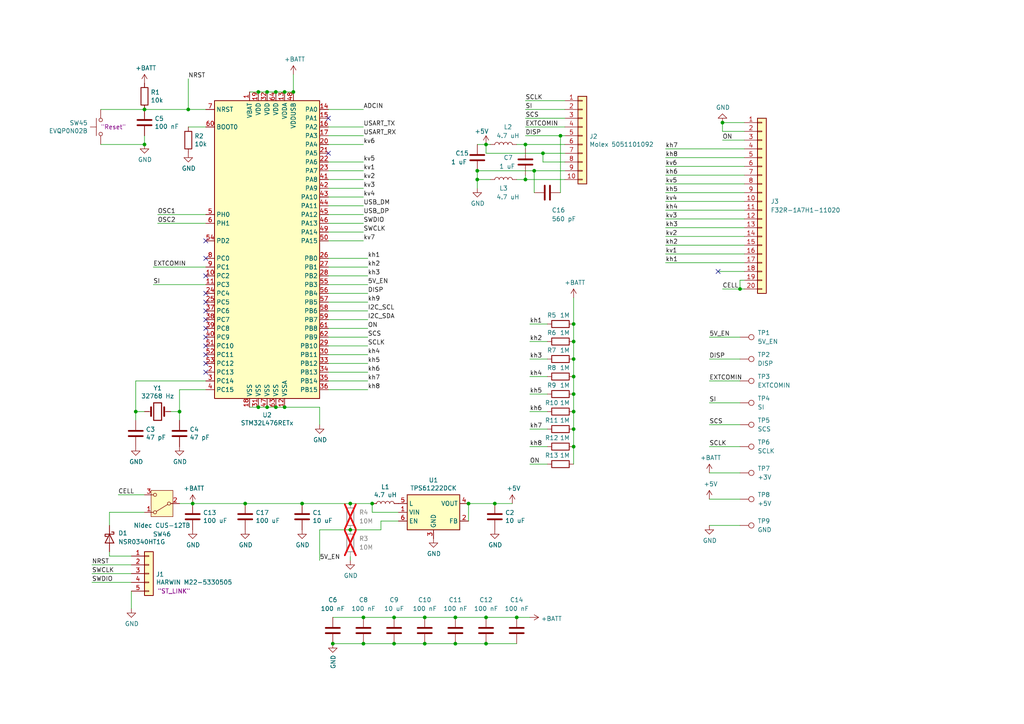
<source format=kicad_sch>
(kicad_sch (version 20230121) (generator eeschema)
  (paper "A4")
  (title_block (title "OpenRPNCalc") (date "2025-02-09") (rev "3.0"))
  (lib_symbols
    (symbol "Connector:TestPoint" (pin_numbers hide) (pin_names (offset 0.762) hide)
      (property "Reference" "TP" (at 0 6.858 0))
      (property "Value" "TestPoint" (at 0 5.08 0))
      (symbol "TestPoint_0_1"
        (circle (center 0 3.302) (radius 0.762))
      )
      (symbol "TestPoint_1_1"
        (pin passive line (at 0 0 90) (length 2.54) (name "1") (number "1"))
      )
    )
    (symbol "Connector_Generic:Conn_01x05" (pin_names (offset 1.016) hide)
      (property "Reference" "J" (at 0 7.62 0))
      (property "Value" "Conn_01x05" (at 0 -7.62 0))
      (symbol "Conn_01x05_1_1"
        (rectangle (start -1.27 -4.953) (end 0 -5.207) (stroke (width 0.1524)))
        (rectangle (start -1.27 -2.413) (end 0 -2.667) (stroke (width 0.1524)))
        (rectangle (start -1.27 0.127) (end 0 -0.127) (stroke (width 0.1524)))
        (rectangle (start -1.27 2.667) (end 0 2.413) (stroke (width 0.1524)))
        (rectangle (start -1.27 5.207) (end 0 4.953) (stroke (width 0.1524)))
        (rectangle (start -1.27 6.35) (end 1.27 -6.35) (stroke (width 0.254)) (fill (type background)))
        (pin passive line (at -5.08 5.08 0) (length 3.81) (name "Pin_1") (number "1"))
        (pin passive line (at -5.08 2.54 0) (length 3.81) (name "Pin_2") (number "2"))
        (pin passive line (at -5.08 0 0) (length 3.81) (name "Pin_3") (number "3"))
        (pin passive line (at -5.08 -2.54 0) (length 3.81) (name "Pin_4") (number "4"))
        (pin passive line (at -5.08 -5.08 0) (length 3.81) (name "Pin_5") (number "5"))
      )
    )
    (symbol "Connector_Generic:Conn_01x10" (pin_names (offset 1.016) hide)
      (property "Reference" "J" (at 0 12.7 0))
      (property "Value" "Conn_01x10" (at 0 -15.24 0))
      (symbol "Conn_01x10_1_1"
        (rectangle (start -1.27 -12.573) (end 0 -12.827) (stroke (width 0.1524)))
        (rectangle (start -1.27 -10.033) (end 0 -10.287) (stroke (width 0.1524)))
        (rectangle (start -1.27 -7.493) (end 0 -7.747) (stroke (width 0.1524)))
        (rectangle (start -1.27 -4.953) (end 0 -5.207) (stroke (width 0.1524)))
        (rectangle (start -1.27 -2.413) (end 0 -2.667) (stroke (width 0.1524)))
        (rectangle (start -1.27 0.127) (end 0 -0.127) (stroke (width 0.1524)))
        (rectangle (start -1.27 2.667) (end 0 2.413) (stroke (width 0.1524)))
        (rectangle (start -1.27 5.207) (end 0 4.953) (stroke (width 0.1524)))
        (rectangle (start -1.27 7.747) (end 0 7.493) (stroke (width 0.1524)))
        (rectangle (start -1.27 10.287) (end 0 10.033) (stroke (width 0.1524)))
        (rectangle (start -1.27 11.43) (end 1.27 -13.97) (stroke (width 0.254)) (fill (type background)))
        (pin passive line (at -5.08 10.16 0) (length 3.81) (name "Pin_1") (number "1"))
        (pin passive line (at -5.08 -12.7 0) (length 3.81) (name "Pin_10") (number "10"))
        (pin passive line (at -5.08 7.62 0) (length 3.81) (name "Pin_2") (number "2"))
        (pin passive line (at -5.08 5.08 0) (length 3.81) (name "Pin_3") (number "3"))
        (pin passive line (at -5.08 2.54 0) (length 3.81) (name "Pin_4") (number "4"))
        (pin passive line (at -5.08 0 0) (length 3.81) (name "Pin_5") (number "5"))
        (pin passive line (at -5.08 -2.54 0) (length 3.81) (name "Pin_6") (number "6"))
        (pin passive line (at -5.08 -5.08 0) (length 3.81) (name "Pin_7") (number "7"))
        (pin passive line (at -5.08 -7.62 0) (length 3.81) (name "Pin_8") (number "8"))
        (pin passive line (at -5.08 -10.16 0) (length 3.81) (name "Pin_9") (number "9"))
      )
    )
    (symbol "Connector_Generic:Conn_01x20" (pin_names (offset 1.016) hide)
      (property "Reference" "J" (at 0 25.4 0))
      (property "Value" "Conn_01x20" (at 0 -27.94 0))
      (symbol "Conn_01x20_1_1"
        (rectangle (start -1.27 -25.273) (end 0 -25.527) (stroke (width 0.1524)))
        (rectangle (start -1.27 -22.733) (end 0 -22.987) (stroke (width 0.1524)))
        (rectangle (start -1.27 -20.193) (end 0 -20.447) (stroke (width 0.1524)))
        (rectangle (start -1.27 -17.653) (end 0 -17.907) (stroke (width 0.1524)))
        (rectangle (start -1.27 -15.113) (end 0 -15.367) (stroke (width 0.1524)))
        (rectangle (start -1.27 -12.573) (end 0 -12.827) (stroke (width 0.1524)))
        (rectangle (start -1.27 -10.033) (end 0 -10.287) (stroke (width 0.1524)))
        (rectangle (start -1.27 -7.493) (end 0 -7.747) (stroke (width 0.1524)))
        (rectangle (start -1.27 -4.953) (end 0 -5.207) (stroke (width 0.1524)))
        (rectangle (start -1.27 -2.413) (end 0 -2.667) (stroke (width 0.1524)))
        (rectangle (start -1.27 0.127) (end 0 -0.127) (stroke (width 0.1524)))
        (rectangle (start -1.27 2.667) (end 0 2.413) (stroke (width 0.1524)))
        (rectangle (start -1.27 5.207) (end 0 4.953) (stroke (width 0.1524)))
        (rectangle (start -1.27 7.747) (end 0 7.493) (stroke (width 0.1524)))
        (rectangle (start -1.27 10.287) (end 0 10.033) (stroke (width 0.1524)))
        (rectangle (start -1.27 12.827) (end 0 12.573) (stroke (width 0.1524)))
        (rectangle (start -1.27 15.367) (end 0 15.113) (stroke (width 0.1524)))
        (rectangle (start -1.27 17.907) (end 0 17.653) (stroke (width 0.1524)))
        (rectangle (start -1.27 20.447) (end 0 20.193) (stroke (width 0.1524)))
        (rectangle (start -1.27 22.987) (end 0 22.733) (stroke (width 0.1524)))
        (rectangle (start -1.27 24.13) (end 1.27 -26.67) (stroke (width 0.254)) (fill (type background)))
        (pin passive line (at -5.08 22.86 0) (length 3.81) (name "Pin_1") (number "1"))
        (pin passive line (at -5.08 0 0) (length 3.81) (name "Pin_10") (number "10"))
        (pin passive line (at -5.08 -2.54 0) (length 3.81) (name "Pin_11") (number "11"))
        (pin passive line (at -5.08 -5.08 0) (length 3.81) (name "Pin_12") (number "12"))
        (pin passive line (at -5.08 -7.62 0) (length 3.81) (name "Pin_13") (number "13"))
        (pin passive line (at -5.08 -10.16 0) (length 3.81) (name "Pin_14") (number "14"))
        (pin passive line (at -5.08 -12.7 0) (length 3.81) (name "Pin_15") (number "15"))
        (pin passive line (at -5.08 -15.24 0) (length 3.81) (name "Pin_16") (number "16"))
        (pin passive line (at -5.08 -17.78 0) (length 3.81) (name "Pin_17") (number "17"))
        (pin passive line (at -5.08 -20.32 0) (length 3.81) (name "Pin_18") (number "18"))
        (pin passive line (at -5.08 -22.86 0) (length 3.81) (name "Pin_19") (number "19"))
        (pin passive line (at -5.08 20.32 0) (length 3.81) (name "Pin_2") (number "2"))
        (pin passive line (at -5.08 -25.4 0) (length 3.81) (name "Pin_20") (number "20"))
        (pin passive line (at -5.08 17.78 0) (length 3.81) (name "Pin_3") (number "3"))
        (pin passive line (at -5.08 15.24 0) (length 3.81) (name "Pin_4") (number "4"))
        (pin passive line (at -5.08 12.7 0) (length 3.81) (name "Pin_5") (number "5"))
        (pin passive line (at -5.08 10.16 0) (length 3.81) (name "Pin_6") (number "6"))
        (pin passive line (at -5.08 7.62 0) (length 3.81) (name "Pin_7") (number "7"))
        (pin passive line (at -5.08 5.08 0) (length 3.81) (name "Pin_8") (number "8"))
        (pin passive line (at -5.08 2.54 0) (length 3.81) (name "Pin_9") (number "9"))
      )
    )
    (symbol "Device:C" (pin_numbers hide) (pin_names (offset 0.254))
      (property "Reference" "C" (at 0.635 2.54 0))
      (property "Value" "C" (at 0.635 -2.54 0))
      (symbol "C_0_1"
        (polyline (pts (xy -2.032 -0.762) (xy 2.032 -0.762)) (stroke (width 0.508)))
        (polyline (pts (xy -2.032 0.762) (xy 2.032 0.762)) (stroke (width 0.508)))
      )
      (symbol "C_1_1"
        (pin passive line (at 0 3.81 270) (length 2.794) (name "~") (number "1"))
        (pin passive line (at 0 -3.81 90) (length 2.794) (name "~") (number "2"))
      )
    )
    (symbol "Device:Crystal" (pin_numbers hide) (pin_names (offset 1.016) hide)
      (property "Reference" "Y" (at 0 3.81 0))
      (property "Value" "Crystal" (at 0 -3.81 0))
      (symbol "Crystal_0_1"
        (rectangle (start -1.143 2.54) (end 1.143 -2.54) (stroke (width 0.3048)))
        (polyline (pts (xy -2.54 0) (xy -1.905 0)))
        (polyline (pts (xy -1.905 -1.27) (xy -1.905 1.27)) (stroke (width 0.508)))
        (polyline (pts (xy 1.905 -1.27) (xy 1.905 1.27)) (stroke (width 0.508)))
        (polyline (pts (xy 2.54 0) (xy 1.905 0)))
      )
      (symbol "Crystal_1_1"
        (pin passive line (at -3.81 0 0) (length 1.27) (name "1") (number "1"))
        (pin passive line (at 3.81 0 180) (length 1.27) (name "2") (number "2"))
      )
    )
    (symbol "Device:D_Schottky" (pin_numbers hide) (pin_names (offset 1.016) hide)
      (property "Reference" "D" (at 0 2.54 0))
      (property "Value" "D_Schottky" (at 0 -2.54 0))
      (symbol "D_Schottky_0_1"
        (polyline (pts (xy 1.27 0) (xy -1.27 0)))
        (polyline (pts (xy 1.27 1.27) (xy 1.27 -1.27) (xy -1.27 0) (xy 1.27 1.27)) (stroke (width 0.254)))
        (polyline (pts (xy -1.905 0.635) (xy -1.905 1.27) (xy -1.27 1.27) (xy -1.27 -1.27) (xy -0.635 -1.27) (xy -0.635 -0.635)) (stroke (width 0.254)))
      )
      (symbol "D_Schottky_1_1"
        (pin passive line (at -3.81 0 0) (length 2.54) (name "K") (number "1"))
        (pin passive line (at 3.81 0 180) (length 2.54) (name "A") (number "2"))
      )
    )
    (symbol "Device:L" (pin_numbers hide) (pin_names (offset 1.016) hide)
      (property "Reference" "L" (at -1.27 0 90))
      (property "Value" "L" (at 1.905 0 90))
      (symbol "L_0_1"
        (arc (start 0 -2.54) (mid 0.6323 -1.905) (end 0 -1.27))
        (arc (start 0 -1.27) (mid 0.6323 -0.635) (end 0 0))
        (arc (start 0 0) (mid 0.6323 0.635) (end 0 1.27))
        (arc (start 0 1.27) (mid 0.6323 1.905) (end 0 2.54))
      )
      (symbol "L_1_1"
        (pin passive line (at 0 3.81 270) (length 1.27) (name "1") (number "1"))
        (pin passive line (at 0 -3.81 90) (length 1.27) (name "2") (number "2"))
      )
    )
    (symbol "Device:R" (pin_numbers hide) (pin_names (offset 0))
      (property "Reference" "R" (at 2.032 0 90))
      (property "Value" "R" (at 0 0 90))
      (symbol "R_0_1"
        (rectangle (start -1.016 -2.54) (end 1.016 2.54) (stroke (width 0.254)))
      )
      (symbol "R_1_1"
        (pin passive line (at 0 3.81 270) (length 1.27) (name "~") (number "1"))
        (pin passive line (at 0 -3.81 90) (length 1.27) (name "~") (number "2"))
      )
    )
    (symbol "Regulator_Switching:TPS61222DCK"
      (property "Reference" "U" (at -7.62 6.35 0))
      (property "Value" "TPS61222DCK" (at 2.54 6.35 0))
      (symbol "TPS61222DCK_0_1"
        (rectangle (start -7.62 5.08) (end 7.62 -5.08) (stroke (width 0.254)) (fill (type background)))
      )
      (symbol "TPS61222DCK_1_1"
        (pin power_in line (at -10.16 0 0) (length 2.54) (name "VIN") (number "1"))
        (pin input line (at 10.16 -2.54 180) (length 2.54) (name "FB") (number "2"))
        (pin power_in line (at 0 -7.62 90) (length 2.54) (name "GND") (number "3"))
        (pin power_out line (at 10.16 2.54 180) (length 2.54) (name "VOUT") (number "4"))
        (pin power_in line (at -10.16 2.54 0) (length 2.54) (name "L") (number "5"))
        (pin input line (at -10.16 -2.54 0) (length 2.54) (name "EN") (number "6"))
      )
    )
    (symbol "Switch:SW_Push" (pin_numbers hide) (pin_names (offset 1.016) hide)
      (property "Reference" "SW" (at 1.27 2.54 0))
      (property "Value" "SW_Push" (at 0 -1.524 0))
      (symbol "SW_Push_0_1"
        (circle (center -2.032 0) (radius 0.508))
        (polyline (pts (xy 0 1.27) (xy 0 3.048)))
        (polyline (pts (xy 2.54 1.27) (xy -2.54 1.27)))
        (circle (center 2.032 0) (radius 0.508))
        (pin passive line (at -5.08 0 0) (length 2.54) (name "1") (number "1"))
        (pin passive line (at 5.08 0 180) (length 2.54) (name "2") (number "2"))
      )
    )
    (symbol "Switch:SW_SPDT" (pin_names (offset 0) hide)
      (property "Reference" "SW" (at 0 5.08 0))
      (property "Value" "SW_SPDT" (at 0 -5.08 0))
      (symbol "SW_SPDT_0_1"
        (circle (center -2.032 0) (radius 0.4572))
        (polyline (pts (xy -1.651 0.254) (xy 1.651 2.286)))
        (circle (center 2.032 -2.54) (radius 0.4572))
        (circle (center 2.032 2.54) (radius 0.4572))
      )
      (symbol "SW_SPDT_1_1"
        (rectangle (start -3.175 3.81) (end 3.175 -3.81) (fill (type background)))
        (pin passive line (at 5.08 2.54 180) (length 2.54) (name "A") (number "1"))
        (pin passive line (at -5.08 0 0) (length 2.54) (name "B") (number "2"))
        (pin passive line (at 5.08 -2.54 180) (length 2.54) (name "C") (number "3"))
      )
    )
    (symbol "calc_v2-rescue:STM32L476RETx-MCU_ST_STM32L4"
      (property "Reference" "U" (at -15.24 44.45 0))
      (property "Value" "MCU_ST_STM32L4_STM32L476RETx" (at 10.16 44.45 0))
      (symbol "STM32L476RETx-MCU_ST_STM32L4_0_1"
        (rectangle (start -15.24 -43.18) (end 15.24 43.18) (stroke (width 0.254)) (fill (type background)))
      )
      (symbol "STM32L476RETx-MCU_ST_STM32L4_1_1"
        (pin power_in line (at -5.08 45.72 270) (length 2.54) (name "VBAT") (number "1"))
        (pin bidirectional line (at -17.78 -7.62 0) (length 2.54) (name "PC2") (number "10"))
        (pin bidirectional line (at -17.78 -10.16 0) (length 2.54) (name "PC3") (number "11"))
        (pin power_in line (at 5.08 -45.72 90) (length 2.54) (name "VSSA") (number "12"))
        (pin power_in line (at 5.08 45.72 270) (length 2.54) (name "VDDA") (number "13"))
        (pin bidirectional line (at 17.78 40.64 180) (length 2.54) (name "PA0") (number "14"))
        (pin bidirectional line (at 17.78 38.1 180) (length 2.54) (name "PA1") (number "15"))
        (pin bidirectional line (at 17.78 35.56 180) (length 2.54) (name "PA2") (number "16"))
        (pin bidirectional line (at 17.78 33.02 180) (length 2.54) (name "PA3") (number "17"))
        (pin power_in line (at -5.08 -45.72 90) (length 2.54) (name "VSS") (number "18"))
        (pin power_in line (at -2.54 45.72 270) (length 2.54) (name "VDD") (number "19"))
        (pin bidirectional line (at -17.78 -35.56 0) (length 2.54) (name "PC13") (number "2"))
        (pin bidirectional line (at 17.78 30.48 180) (length 2.54) (name "PA4") (number "20"))
        (pin bidirectional line (at 17.78 27.94 180) (length 2.54) (name "PA5") (number "21"))
        (pin bidirectional line (at 17.78 25.4 180) (length 2.54) (name "PA6") (number "22"))
        (pin bidirectional line (at 17.78 22.86 180) (length 2.54) (name "PA7") (number "23"))
        (pin bidirectional line (at -17.78 -12.7 0) (length 2.54) (name "PC4") (number "24"))
        (pin bidirectional line (at -17.78 -15.24 0) (length 2.54) (name "PC5") (number "25"))
        (pin bidirectional line (at 17.78 -2.54 180) (length 2.54) (name "PB0") (number "26"))
        (pin bidirectional line (at 17.78 -5.08 180) (length 2.54) (name "PB1") (number "27"))
        (pin bidirectional line (at 17.78 -7.62 180) (length 2.54) (name "PB2") (number "28"))
        (pin bidirectional line (at 17.78 -27.94 180) (length 2.54) (name "PB10") (number "29"))
        (pin bidirectional line (at -17.78 -38.1 0) (length 2.54) (name "PC14") (number "3"))
        (pin bidirectional line (at 17.78 -30.48 180) (length 2.54) (name "PB11") (number "30"))
        (pin power_in line (at -2.54 -45.72 90) (length 2.54) (name "VSS") (number "31"))
        (pin power_in line (at 0 45.72 270) (length 2.54) (name "VDD") (number "32"))
        (pin bidirectional line (at 17.78 -33.02 180) (length 2.54) (name "PB12") (number "33"))
        (pin bidirectional line (at 17.78 -35.56 180) (length 2.54) (name "PB13") (number "34"))
        (pin bidirectional line (at 17.78 -38.1 180) (length 2.54) (name "PB14") (number "35"))
        (pin bidirectional line (at 17.78 -40.64 180) (length 2.54) (name "PB15") (number "36"))
        (pin bidirectional line (at -17.78 -17.78 0) (length 2.54) (name "PC6") (number "37"))
        (pin bidirectional line (at -17.78 -20.32 0) (length 2.54) (name "PC7") (number "38"))
        (pin bidirectional line (at -17.78 -22.86 0) (length 2.54) (name "PC8") (number "39"))
        (pin bidirectional line (at -17.78 -40.64 0) (length 2.54) (name "PC15") (number "4"))
        (pin bidirectional line (at -17.78 -25.4 0) (length 2.54) (name "PC9") (number "40"))
        (pin bidirectional line (at 17.78 20.32 180) (length 2.54) (name "PA8") (number "41"))
        (pin bidirectional line (at 17.78 17.78 180) (length 2.54) (name "PA9") (number "42"))
        (pin bidirectional line (at 17.78 15.24 180) (length 2.54) (name "PA10") (number "43"))
        (pin bidirectional line (at 17.78 12.7 180) (length 2.54) (name "PA11") (number "44"))
        (pin bidirectional line (at 17.78 10.16 180) (length 2.54) (name "PA12") (number "45"))
        (pin bidirectional line (at 17.78 7.62 180) (length 2.54) (name "PA13") (number "46"))
        (pin power_in line (at 0 -45.72 90) (length 2.54) (name "VSS") (number "47"))
        (pin power_in line (at 7.62 45.72 270) (length 2.54) (name "VDDUSB") (number "48"))
        (pin bidirectional line (at 17.78 5.08 180) (length 2.54) (name "PA14") (number "49"))
        (pin input line (at -17.78 10.16 0) (length 2.54) (name "PH0") (number "5"))
        (pin bidirectional line (at 17.78 2.54 180) (length 2.54) (name "PA15") (number "50"))
        (pin bidirectional line (at -17.78 -27.94 0) (length 2.54) (name "PC10") (number "51"))
        (pin bidirectional line (at -17.78 -30.48 0) (length 2.54) (name "PC11") (number "52"))
        (pin bidirectional line (at -17.78 -33.02 0) (length 2.54) (name "PC12") (number "53"))
        (pin bidirectional line (at -17.78 2.54 0) (length 2.54) (name "PD2") (number "54"))
        (pin bidirectional line (at 17.78 -10.16 180) (length 2.54) (name "PB3") (number "55"))
        (pin bidirectional line (at 17.78 -12.7 180) (length 2.54) (name "PB4") (number "56"))
        (pin bidirectional line (at 17.78 -15.24 180) (length 2.54) (name "PB5") (number "57"))
        (pin bidirectional line (at 17.78 -17.78 180) (length 2.54) (name "PB6") (number "58"))
        (pin bidirectional line (at 17.78 -20.32 180) (length 2.54) (name "PB7") (number "59"))
        (pin input line (at -17.78 7.62 0) (length 2.54) (name "PH1") (number "6"))
        (pin input line (at -17.78 35.56 0) (length 2.54) (name "BOOT0") (number "60"))
        (pin bidirectional line (at 17.78 -22.86 180) (length 2.54) (name "PB8") (number "61"))
        (pin bidirectional line (at 17.78 -25.4 180) (length 2.54) (name "PB9") (number "62"))
        (pin power_in line (at 2.54 -45.72 90) (length 2.54) (name "VSS") (number "63"))
        (pin power_in line (at 2.54 45.72 270) (length 2.54) (name "VDD") (number "64"))
        (pin input line (at -17.78 40.64 0) (length 2.54) (name "NRST") (number "7"))
        (pin bidirectional line (at -17.78 -2.54 0) (length 2.54) (name "PC0") (number "8"))
        (pin bidirectional line (at -17.78 -5.08 0) (length 2.54) (name "PC1") (number "9"))
      )
    )
    (symbol "power:+5V" (power) (pin_names (offset 0))
      (property "Value" "+5V" (at 0 3.556 0))
      (symbol "+5V_0_1"
        (polyline (pts (xy -0.762 1.27) (xy 0 2.54)))
        (polyline (pts (xy 0 0) (xy 0 2.54)))
        (polyline (pts (xy 0 2.54) (xy 0.762 1.27)))
      )
      (symbol "+5V_1_1"
        (pin power_in line (at 0 0 90) (length 0) hide (name "+5V") (number "1"))
      )
    )
    (symbol "power:+BATT" (power) (pin_names (offset 0))
      (property "Value" "+BATT" (at 0 3.556 0))
      (symbol "+BATT_0_1"
        (polyline (pts (xy -0.762 1.27) (xy 0 2.54)))
        (polyline (pts (xy 0 0) (xy 0 2.54)))
        (polyline (pts (xy 0 2.54) (xy 0.762 1.27)))
      )
      (symbol "+BATT_1_1"
        (pin power_in line (at 0 0 90) (length 0) hide (name "+BATT") (number "1"))
      )
    )
    (symbol "power:GND" (power) (pin_names (offset 0))
      (property "Value" "GND" (at 0 -3.81 0))
      (symbol "GND_0_1"
        (polyline (pts (xy 0 0) (xy 0 -1.27) (xy 1.27 -1.27) (xy 0 -2.54) (xy -1.27 -1.27) (xy 0 -1.27)))
      )
      (symbol "GND_1_1"
        (pin power_in line (at 0 0 270) (length 0) hide (name "GND") (number "1"))
      )
    )
  )
  (junction (at 107.95 146.05))
  (junction (at 166.37 114.3))
  (junction (at 71.12 146.05))
  (junction (at 54.61 31.75))
  (junction (at 152.4 41.91))
  (junction (at 52.07 119.38))
  (junction (at 140.97 41.91))
  (junction (at 101.6 153.67))
  (junction (at 149.86 179.07))
  (junction (at 74.93 26.67))
  (junction (at 77.47 26.67))
  (junction (at 82.55 118.11))
  (junction (at 87.63 146.05))
  (junction (at 132.08 186.69))
  (junction (at 123.19 179.07))
  (junction (at 166.37 109.22))
  (junction (at 55.88 146.05))
  (junction (at 77.47 118.11))
  (junction (at 166.37 93.98))
  (junction (at 39.37 119.38))
  (junction (at 123.19 186.69))
  (junction (at 209.55 35.56))
  (junction (at 138.43 52.07))
  (junction (at 114.3 179.07))
  (junction (at 74.93 118.11))
  (junction (at 96.52 186.69))
  (junction (at 82.55 26.67))
  (junction (at 140.97 186.69))
  (junction (at 85.09 26.67))
  (junction (at 80.01 26.67))
  (junction (at 105.41 179.07))
  (junction (at 166.37 99.06))
  (junction (at 162.56 39.37))
  (junction (at 105.41 186.69))
  (junction (at 214.63 83.82))
  (junction (at 41.91 31.75))
  (junction (at 101.6 146.05))
  (junction (at 166.37 124.46))
  (junction (at 166.37 129.54))
  (junction (at 140.97 179.07))
  (junction (at 114.3 186.69))
  (junction (at 41.91 41.91))
  (junction (at 80.01 118.11))
  (junction (at 166.37 104.14))
  (junction (at 166.37 119.38))
  (junction (at 152.4 52.07))
  (junction (at 157.48 44.45))
  (junction (at 138.43 49.53))
  (junction (at 135.89 146.05))
  (junction (at 154.94 49.53))
  (junction (at 132.08 179.07))
  (junction (at 143.51 146.05))
  (no_connect (at 59.69 87.63))
  (no_connect (at 59.69 92.71))
  (no_connect (at 59.69 95.25))
  (no_connect (at 59.69 80.01))
  (no_connect (at 59.69 105.41))
  (no_connect (at 208.28 78.74))
  (no_connect (at 59.69 102.87))
  (no_connect (at 59.69 107.95))
  (no_connect (at 59.69 74.93))
  (no_connect (at 59.69 100.33))
  (no_connect (at 59.69 97.79))
  (no_connect (at 59.69 85.09))
  (no_connect (at 59.69 90.17))
  (no_connect (at 59.69 69.85))
  (no_connect (at 95.25 34.29))
  (no_connect (at 95.25 44.45))
  (wire (pts (xy 101.6 146.05) (xy 107.95 146.05)))
  (wire (pts (xy 157.48 46.99) (xy 157.48 44.45)))
  (wire (pts (xy 52.07 119.38) (xy 52.07 113.03)))
  (wire (pts (xy 138.43 49.53) (xy 138.43 52.07)))
  (wire (pts (xy 166.37 104.14) (xy 166.37 109.22)))
  (wire (pts (xy 95.25 59.69) (xy 105.41 59.69)))
  (wire (pts (xy 163.83 36.83) (xy 152.4 36.83)))
  (wire (pts (xy 193.04 55.88) (xy 215.9 55.88)))
  (wire (pts (xy 95.25 52.07) (xy 105.41 52.07)))
  (wire (pts (xy 166.37 124.46) (xy 166.37 129.54)))
  (wire (pts (xy 153.67 129.54) (xy 158.75 129.54)))
  (wire (pts (xy 149.86 52.07) (xy 152.4 52.07)))
  (wire (pts (xy 123.19 179.07) (xy 132.08 179.07)))
  (wire (pts (xy 95.25 69.85) (xy 105.41 69.85)))
  (wire (pts (xy 31.75 161.29) (xy 31.75 160.02)))
  (wire (pts (xy 95.25 39.37) (xy 105.41 39.37)))
  (wire (pts (xy 152.4 41.91) (xy 163.83 41.91)))
  (wire (pts (xy 85.09 21.59) (xy 85.09 26.67)))
  (wire (pts (xy 193.04 48.26) (xy 215.9 48.26)))
  (wire (pts (xy 95.25 62.23) (xy 105.41 62.23)))
  (wire (pts (xy 87.63 146.05) (xy 101.6 146.05)))
  (wire (pts (xy 152.4 52.07) (xy 163.83 52.07)))
  (wire (pts (xy 140.97 44.45) (xy 140.97 41.91)))
  (wire (pts (xy 95.25 36.83) (xy 105.41 36.83)))
  (wire (pts (xy 52.07 121.92) (xy 52.07 119.38)))
  (wire (pts (xy 162.56 39.37) (xy 152.4 39.37)))
  (wire (pts (xy 82.55 118.11) (xy 92.71 118.11)))
  (wire (pts (xy 153.67 134.62) (xy 158.75 134.62)))
  (wire (pts (xy 205.74 137.16) (xy 214.63 137.16)))
  (wire (pts (xy 153.67 124.46) (xy 158.75 124.46)))
  (wire (pts (xy 163.83 34.29) (xy 152.4 34.29)))
  (wire (pts (xy 49.53 119.38) (xy 52.07 119.38)))
  (wire (pts (xy 41.91 39.37) (xy 41.91 41.91)))
  (wire (pts (xy 59.69 82.55) (xy 44.45 82.55)))
  (wire (pts (xy 95.25 82.55) (xy 106.68 82.55)))
  (wire (pts (xy 106.68 90.17) (xy 95.25 90.17)))
  (wire (pts (xy 38.1 168.91) (xy 26.67 168.91)))
  (wire (pts (xy 52.07 113.03) (xy 59.69 113.03)))
  (wire (pts (xy 95.25 77.47) (xy 106.68 77.47)))
  (wire (pts (xy 110.49 151.13) (xy 115.57 151.13)))
  (wire (pts (xy 101.6 153.67) (xy 92.71 153.67)))
  (wire (pts (xy 209.55 38.1) (xy 209.55 35.56)))
  (wire (pts (xy 54.61 31.75) (xy 59.69 31.75)))
  (wire (pts (xy 166.37 129.54) (xy 166.37 134.62)))
  (wire (pts (xy 95.25 41.91) (xy 105.41 41.91)))
  (wire (pts (xy 38.1 171.45) (xy 38.1 176.53)))
  (wire (pts (xy 193.04 60.96) (xy 215.9 60.96)))
  (wire (pts (xy 82.55 26.67) (xy 85.09 26.67)))
  (wire (pts (xy 153.67 114.3) (xy 158.75 114.3)))
  (wire (pts (xy 29.21 31.75) (xy 41.91 31.75)))
  (wire (pts (xy 162.56 55.88) (xy 162.56 39.37)))
  (wire (pts (xy 135.89 146.05) (xy 143.51 146.05)))
  (wire (pts (xy 92.71 153.67) (xy 92.71 162.56)))
  (wire (pts (xy 209.55 40.64) (xy 215.9 40.64)))
  (wire (pts (xy 95.25 113.03) (xy 106.68 113.03)))
  (wire (pts (xy 193.04 50.8) (xy 215.9 50.8)))
  (wire (pts (xy 41.91 119.38) (xy 39.37 119.38)))
  (wire (pts (xy 38.1 166.37) (xy 26.67 166.37)))
  (wire (pts (xy 205.74 144.78) (xy 214.63 144.78)))
  (wire (pts (xy 163.83 31.75) (xy 152.4 31.75)))
  (wire (pts (xy 95.25 46.99) (xy 105.41 46.99)))
  (wire (pts (xy 142.24 41.91) (xy 140.97 41.91)))
  (wire (pts (xy 107.95 148.59) (xy 115.57 148.59)))
  (wire (pts (xy 193.04 63.5) (xy 215.9 63.5)))
  (wire (pts (xy 114.3 186.69) (xy 123.19 186.69)))
  (wire (pts (xy 166.37 114.3) (xy 166.37 119.38)))
  (wire (pts (xy 153.67 109.22) (xy 158.75 109.22)))
  (wire (pts (xy 214.63 83.82) (xy 214.63 81.28)))
  (wire (pts (xy 193.04 58.42) (xy 215.9 58.42)))
  (wire (pts (xy 72.39 118.11) (xy 74.93 118.11)))
  (wire (pts (xy 166.37 86.36) (xy 166.37 93.98)))
  (wire (pts (xy 135.89 146.05) (xy 135.89 151.13)))
  (wire (pts (xy 95.25 110.49) (xy 106.68 110.49)))
  (wire (pts (xy 205.74 123.19) (xy 214.63 123.19)))
  (wire (pts (xy 41.91 31.75) (xy 54.61 31.75)))
  (wire (pts (xy 34.29 143.51) (xy 41.91 143.51)))
  (wire (pts (xy 71.12 146.05) (xy 55.88 146.05)))
  (wire (pts (xy 95.25 80.01) (xy 106.68 80.01)))
  (wire (pts (xy 154.94 49.53) (xy 163.83 49.53)))
  (wire (pts (xy 52.07 146.05) (xy 55.88 146.05)))
  (wire (pts (xy 153.67 104.14) (xy 158.75 104.14)))
  (wire (pts (xy 209.55 35.56) (xy 215.9 35.56)))
  (wire (pts (xy 193.04 53.34) (xy 215.9 53.34)))
  (wire (pts (xy 95.25 102.87) (xy 106.68 102.87)))
  (wire (pts (xy 95.25 67.31) (xy 105.41 67.31)))
  (wire (pts (xy 140.97 44.45) (xy 157.48 44.45)))
  (wire (pts (xy 74.93 26.67) (xy 77.47 26.67)))
  (wire (pts (xy 214.63 83.82) (xy 215.9 83.82)))
  (wire (pts (xy 72.39 26.67) (xy 74.93 26.67)))
  (wire (pts (xy 143.51 146.05) (xy 148.59 146.05)))
  (wire (pts (xy 152.4 43.18) (xy 152.4 41.91)))
  (wire (pts (xy 96.52 186.69) (xy 105.41 186.69)))
  (wire (pts (xy 209.55 83.82) (xy 214.63 83.82)))
  (wire (pts (xy 193.04 76.2) (xy 215.9 76.2)))
  (wire (pts (xy 138.43 41.91) (xy 140.97 41.91)))
  (wire (pts (xy 59.69 77.47) (xy 44.45 77.47)))
  (wire (pts (xy 105.41 179.07) (xy 114.3 179.07)))
  (wire (pts (xy 77.47 26.67) (xy 80.01 26.67)))
  (wire (pts (xy 54.61 36.83) (xy 59.69 36.83)))
  (wire (pts (xy 193.04 45.72) (xy 215.9 45.72)))
  (wire (pts (xy 193.04 68.58) (xy 215.9 68.58)))
  (wire (pts (xy 59.69 64.77) (xy 45.72 64.77)))
  (wire (pts (xy 54.61 31.75) (xy 54.61 22.86)))
  (wire (pts (xy 166.37 119.38) (xy 166.37 124.46)))
  (wire (pts (xy 166.37 99.06) (xy 166.37 104.14)))
  (wire (pts (xy 193.04 71.12) (xy 215.9 71.12)))
  (wire (pts (xy 59.69 62.23) (xy 45.72 62.23)))
  (wire (pts (xy 110.49 153.67) (xy 110.49 151.13)))
  (wire (pts (xy 166.37 93.98) (xy 166.37 99.06)))
  (wire (pts (xy 114.3 179.07) (xy 123.19 179.07)))
  (wire (pts (xy 41.91 41.91) (xy 29.21 41.91)))
  (wire (pts (xy 153.67 93.98) (xy 158.75 93.98)))
  (wire (pts (xy 95.25 97.79) (xy 106.68 97.79)))
  (wire (pts (xy 205.74 129.54) (xy 214.63 129.54)))
  (wire (pts (xy 140.97 186.69) (xy 132.08 186.69)))
  (wire (pts (xy 157.48 44.45) (xy 163.83 44.45)))
  (wire (pts (xy 101.6 161.29) (xy 101.6 162.56)))
  (wire (pts (xy 205.74 116.84) (xy 214.63 116.84)))
  (wire (pts (xy 95.25 107.95) (xy 106.68 107.95)))
  (wire (pts (xy 101.6 153.67) (xy 110.49 153.67)))
  (wire (pts (xy 31.75 148.59) (xy 41.91 148.59)))
  (wire (pts (xy 59.69 110.49) (xy 39.37 110.49)))
  (wire (pts (xy 39.37 119.38) (xy 39.37 121.92)))
  (wire (pts (xy 193.04 43.18) (xy 215.9 43.18)))
  (wire (pts (xy 205.74 104.14) (xy 214.63 104.14)))
  (wire (pts (xy 95.25 85.09) (xy 106.68 85.09)))
  (wire (pts (xy 153.67 99.06) (xy 158.75 99.06)))
  (wire (pts (xy 138.43 52.07) (xy 138.43 54.61)))
  (wire (pts (xy 149.86 179.07) (xy 153.67 179.07)))
  (wire (pts (xy 163.83 46.99) (xy 157.48 46.99)))
  (wire (pts (xy 95.25 105.41) (xy 106.68 105.41)))
  (wire (pts (xy 95.25 100.33) (xy 106.68 100.33)))
  (wire (pts (xy 166.37 109.22) (xy 166.37 114.3)))
  (wire (pts (xy 152.4 50.8) (xy 152.4 52.07)))
  (wire (pts (xy 87.63 146.05) (xy 71.12 146.05)))
  (wire (pts (xy 95.25 74.93) (xy 106.68 74.93)))
  (wire (pts (xy 39.37 110.49) (xy 39.37 119.38)))
  (wire (pts (xy 154.94 55.88) (xy 154.94 49.53)))
  (wire (pts (xy 205.74 110.49) (xy 214.63 110.49)))
  (wire (pts (xy 163.83 39.37) (xy 162.56 39.37)))
  (wire (pts (xy 31.75 148.59) (xy 31.75 152.4)))
  (wire (pts (xy 140.97 179.07) (xy 149.86 179.07)))
  (wire (pts (xy 74.93 118.11) (xy 77.47 118.11)))
  (wire (pts (xy 149.86 41.91) (xy 152.4 41.91)))
  (wire (pts (xy 138.43 49.53) (xy 154.94 49.53)))
  (wire (pts (xy 193.04 73.66) (xy 215.9 73.66)))
  (wire (pts (xy 123.19 186.69) (xy 132.08 186.69)))
  (wire (pts (xy 208.28 78.74) (xy 215.9 78.74)))
  (wire (pts (xy 80.01 26.67) (xy 82.55 26.67)))
  (wire (pts (xy 105.41 186.69) (xy 114.3 186.69)))
  (wire (pts (xy 95.25 57.15) (xy 105.41 57.15)))
  (wire (pts (xy 95.25 64.77) (xy 105.41 64.77)))
  (wire (pts (xy 95.25 87.63) (xy 106.68 87.63)))
  (wire (pts (xy 92.71 118.11) (xy 92.71 123.19)))
  (wire (pts (xy 95.25 95.25) (xy 106.68 95.25)))
  (wire (pts (xy 140.97 186.69) (xy 149.86 186.69)))
  (wire (pts (xy 214.63 81.28) (xy 215.9 81.28)))
  (wire (pts (xy 209.55 38.1) (xy 215.9 38.1)))
  (wire (pts (xy 95.25 49.53) (xy 105.41 49.53)))
  (wire (pts (xy 77.47 118.11) (xy 80.01 118.11)))
  (wire (pts (xy 163.83 29.21) (xy 152.4 29.21)))
  (wire (pts (xy 193.04 66.04) (xy 215.9 66.04)))
  (wire (pts (xy 142.24 52.07) (xy 138.43 52.07)))
  (wire (pts (xy 95.25 31.75) (xy 105.41 31.75)))
  (wire (pts (xy 80.01 118.11) (xy 82.55 118.11)))
  (wire (pts (xy 107.95 146.05) (xy 107.95 148.59)))
  (wire (pts (xy 95.25 92.71) (xy 106.68 92.71)))
  (wire (pts (xy 95.25 54.61) (xy 105.41 54.61)))
  (wire (pts (xy 31.75 161.29) (xy 38.1 161.29)))
  (wire (pts (xy 205.74 97.79) (xy 214.63 97.79)))
  (wire (pts (xy 132.08 179.07) (xy 140.97 179.07)))
  (wire (pts (xy 26.67 163.83) (xy 38.1 163.83)))
  (wire (pts (xy 153.67 119.38) (xy 158.75 119.38)))
  (wire (pts (xy 205.74 152.4) (xy 214.63 152.4)))
  (wire (pts (xy 96.52 179.07) (xy 105.41 179.07)))
  (label "kh7" (at 153.67 124.46 0))
  (label "kv2" (at 105.41 52.07 0))
  (label "kh4" (at 193.04 60.96 0))
  (label "NRST" (at 54.61 22.86 0))
  (label "kh4" (at 106.68 102.87 0))
  (label "kh4" (at 153.67 109.22 0))
  (label "SWCLK" (at 26.67 166.37 0))
  (label "SCLK" (at 106.68 100.33 0))
  (label "SWDIO" (at 105.41 64.77 0))
  (label "kh7" (at 193.04 43.18 0))
  (label "SWDIO" (at 26.67 168.91 0))
  (label "kh1" (at 193.04 76.2 0))
  (label "I2C_SCL" (at 106.68 90.17 0))
  (label "kv7" (at 105.41 69.85 0))
  (label "5V_EN" (at 106.68 82.55 0))
  (label "DISP" (at 152.4 39.37 0))
  (label "DISP" (at 106.68 85.09 0))
  (label "5V_EN" (at 92.71 162.56 0))
  (label "SCS" (at 205.74 123.19 0))
  (label "kh1" (at 153.67 93.98 0))
  (label "kh6" (at 106.68 107.95 0))
  (label "EXTCOMIN" (at 152.4 36.83 0))
  (label "kh3" (at 153.67 104.14 0))
  (label "kh8" (at 153.67 129.54 0))
  (label "kh8" (at 106.68 113.03 0))
  (label "SCLK" (at 205.74 129.54 0))
  (label "ADCIN" (at 105.41 31.75 0))
  (label "USB_DP" (at 105.41 62.23 0))
  (label "SI" (at 152.4 31.75 0))
  (label "kh2" (at 193.04 71.12 0))
  (label "I2C_SDA" (at 106.68 92.71 0))
  (label "USART_RX" (at 105.41 39.37 0))
  (label "SI" (at 205.74 116.84 0))
  (label "kh2" (at 106.68 77.47 0))
  (label "USB_DM" (at 105.41 59.69 0))
  (label "kv6" (at 193.04 48.26 0))
  (label "SWCLK" (at 105.41 67.31 0))
  (label "kv3" (at 193.04 63.5 0))
  (label "SCS" (at 106.68 97.79 0))
  (label "EXTCOMIN" (at 205.74 110.49 0))
  (label "kh8" (at 193.04 45.72 0))
  (label "DISP" (at 205.74 104.14 0))
  (label "5V_EN" (at 205.74 97.79 0))
  (label "ON" (at 106.68 95.25 0))
  (label "kv1" (at 193.04 73.66 0))
  (label "EXTCOMIN" (at 44.45 77.47 0))
  (label "ON" (at 153.67 134.62 0))
  (label "kv3" (at 105.41 54.61 0))
  (label "USART_TX" (at 105.41 36.83 0))
  (label "NRST" (at 26.67 163.83 0))
  (label "SCLK" (at 152.4 29.21 0))
  (label "kv2" (at 193.04 68.58 0))
  (label "kh6" (at 193.04 50.8 0))
  (label "OSC1" (at 45.72 62.23 0))
  (label "SCS" (at 152.4 34.29 0))
  (label "ON" (at 209.55 40.64 0))
  (label "kh5" (at 153.67 114.3 0))
  (label "kh2" (at 153.67 99.06 0))
  (label "kv5" (at 193.04 53.34 0))
  (label "OSC2" (at 45.72 64.77 0))
  (label "kh1" (at 106.68 74.93 0))
  (label "kh5" (at 193.04 55.88 0))
  (label "SI" (at 44.45 82.55 0))
  (label "kh3" (at 106.68 80.01 0))
  (label "CELL" (at 34.29 143.51 0))
  (label "kh9" (at 106.68 87.63 0))
  (label "kh7" (at 106.68 110.49 0))
  (label "kv5" (at 105.41 46.99 0))
  (label "kh6" (at 153.67 119.38 0))
  (label "kv6" (at 105.41 41.91 0))
  (label "kv4" (at 105.41 57.15 0))
  (label "kv1" (at 105.41 49.53 0))
  (label "kh3" (at 193.04 66.04 0))
  (label "CELL" (at 209.55 83.82 0))
  (label "kv4" (at 193.04 58.42 0))
  (label "kh5" (at 106.68 105.41 0))
  (symbol (lib_id "Regulator_Switching:TPS61222DCK") (at 125.73 148.59 0) (unit 1)
    (property "Reference" "U1" (at 125.73 139.2682 0))
    (property "Value" "TPS61222DCK" (at 125.73 141.5796 0))
    (property "Footprint" "Package_TO_SOT_SMD:Texas_R-PDSO-G6" (effects hide))
    (property "Datasheet" "http://www.ti.com/lit/ds/symlink/tps61220.pdf" (effects hide))
  )
  (symbol (lib_id "calc_v2-rescue:STM32L476RETx-MCU_ST_STM32L4") (at 77.47 72.39 0) (unit 1)
    (property "Reference" "U2" (at 77.47 120.3706 0))
    (property "Value" "STM32L476RETx" (at 77.47 122.682 0))
    (property "Footprint" "Package_QFP:LQFP-64_10x10mm_P0.5mm" (effects hide))
    (property "Datasheet" "http://www.st.com/st-web-ui/static/active/en/resource/technical/document/datasheet/DM00108832.pdf" (effects hide))
  )
  (symbol (lib_id "Connector_Generic:Conn_01x10") (at 168.91 39.37 0) (unit 1)
    (property "Reference" "J2" (at 170.942 39.5732 0) (effects (justify left)))
    (property "Value" "Molex 5051101092" (at 170.942 41.8846 0) (effects (justify left)))
    (property "Footprint" "OpenRPNCalc_rev3:CON_5051101092_MOL" (effects hide))
  )
  (symbol (lib_id "power:+BATT") (at 55.88 146.05 0) (unit 1)
    (property "Reference" "#PWR02" (effects hide))
    (property "Value" "+3V" (at 56.261 141.6558 0))
  )
  (symbol (lib_id "power:GND") (at 125.73 156.21 0) (unit 1)
    (property "Reference" "#PWR09" (effects hide))
    (property "Value" "GND" (at 125.857 160.6042 0))
  )
  (symbol (lib_id "Device:L") (at 111.76 146.05 90) (unit 1)
    (property "Reference" "L1" (at 111.76 141.224 90))
    (property "Value" "4.7 uH" (at 111.76 143.5354 90))
    (property "Footprint" "Inductor_SMD:L_0805_2012Metric_Pad1.15x1.40mm_HandSolder" (effects hide))
  )
  (symbol (lib_id "Device:C") (at 87.63 149.86 0) (unit 1)
    (property "Reference" "C1" (at 90.6272 148.6916 0) (effects (justify left)))
    (property "Value" "10 uF" (at 90.6272 151.003 0) (effects (justify left)))
    (property "Footprint" "Capacitor_SMD:C_0603_1608Metric_Pad1.08x0.95mm_HandSolder" (effects hide))
  )
  (symbol (lib_id "power:GND") (at 87.63 153.67 0) (unit 1)
    (property "Reference" "#PWR08" (effects hide))
    (property "Value" "GND" (at 87.757 158.0642 0))
  )
  (symbol (lib_id "Device:C") (at 143.51 149.86 0) (unit 1)
    (property "Reference" "C2" (at 146.5072 148.6916 0) (effects (justify left)))
    (property "Value" "10 uF" (at 146.5072 151.003 0) (effects (justify left)))
    (property "Footprint" "Capacitor_SMD:C_0603_1608Metric_Pad1.08x0.95mm_HandSolder" (effects hide))
  )
  (symbol (lib_id "power:GND") (at 143.51 153.67 0) (unit 1)
    (property "Reference" "#PWR011" (effects hide))
    (property "Value" "GND" (at 143.637 158.0642 0))
  )
  (symbol (lib_id "Device:Crystal") (at 45.72 119.38 0) (unit 1)
    (property "Reference" "Y1" (at 45.72 112.5728 0))
    (property "Value" "32768 Hz" (at 45.72 114.8842 0))
    (property "Footprint" "Crystal:Crystal_SMD_2012-2Pin_2.0x1.2mm_HandSoldering" (effects hide))
  )
  (symbol (lib_id "Device:C") (at 52.07 125.73 0) (unit 1)
    (property "Reference" "C4" (at 54.991 124.5616 0) (effects (justify left)))
    (property "Value" "47 pF" (at 54.991 126.873 0) (effects (justify left)))
    (property "Footprint" "Capacitor_SMD:C_0603_1608Metric_Pad1.08x0.95mm_HandSolder" (effects hide))
  )
  (symbol (lib_id "Device:C") (at 39.37 125.73 0) (unit 1)
    (property "Reference" "C3" (at 42.291 124.5616 0) (effects (justify left)))
    (property "Value" "47 pF" (at 42.291 126.873 0) (effects (justify left)))
    (property "Footprint" "Capacitor_SMD:C_0603_1608Metric_Pad1.08x0.95mm_HandSolder" (effects hide))
  )
  (symbol (lib_id "power:GND") (at 52.07 129.54 0) (unit 1)
    (property "Reference" "#PWR06" (effects hide))
    (property "Value" "GND" (at 52.197 133.9342 0))
  )
  (symbol (lib_id "power:GND") (at 39.37 129.54 0) (unit 1)
    (property "Reference" "#PWR01" (effects hide))
    (property "Value" "GND" (at 39.497 133.9342 0))
  )
  (symbol (lib_id "power:GND") (at 92.71 123.19 0) (unit 1)
    (property "Reference" "#PWR010" (effects hide))
    (property "Value" "GND" (at 92.837 127.5842 0))
  )
  (symbol (lib_id "Device:C") (at 41.91 35.56 0) (unit 1)
    (property "Reference" "C5" (at 44.831 34.3916 0) (effects (justify left)))
    (property "Value" "100 nF" (at 44.831 36.703 0) (effects (justify left)))
    (property "Footprint" "Capacitor_SMD:C_0603_1608Metric_Pad1.08x0.95mm_HandSolder" (effects hide))
  )
  (symbol (lib_id "Switch:SW_Push") (at 29.21 36.83 90) (mirror x) (unit 1)
    (property "Reference" "SW45" (at 25.4508 35.6616 90) (effects (justify left)))
    (property "Value" "EVQP0N02B" (at 25.4508 37.973 90) (effects (justify left)))
    (property "Footprint" "OpenRPNCalc:SW_SPST_EVQQ2" (effects hide))
    (property "Function" "\"Reset\"" (at 29.21 36.83 90) (effects (justify right)))
  )
  (symbol (lib_id "power:GND") (at 41.91 41.91 0) (unit 1)
    (property "Reference" "#PWR05" (effects hide))
    (property "Value" "GND" (at 42.037 46.3042 0))
  )
  (symbol (lib_id "power:+BATT") (at 85.09 21.59 0) (unit 1)
    (property "Reference" "#PWR012" (effects hide))
    (property "Value" "+3V" (at 85.471 17.1958 0))
  )
  (symbol (lib_id "Device:R") (at 41.91 27.94 0) (unit 1)
    (property "Reference" "R1" (at 43.688 26.7716 0) (effects (justify left)))
    (property "Value" "10k" (at 43.688 29.083 0) (effects (justify left)))
    (property "Footprint" "Resistor_SMD:R_0603_1608Metric_Pad0.98x0.95mm_HandSolder" (effects hide))
  )
  (symbol (lib_id "power:+BATT") (at 41.91 24.13 0) (unit 1)
    (property "Reference" "#PWR04" (effects hide))
    (property "Value" "+3V" (at 42.291 19.7358 0))
  )
  (symbol (lib_id "Device:R") (at 54.61 40.64 0) (unit 1)
    (property "Reference" "R2" (at 56.388 39.4716 0) (effects (justify left)))
    (property "Value" "10k" (at 56.388 41.783 0) (effects (justify left)))
    (property "Footprint" "Resistor_SMD:R_0603_1608Metric_Pad0.98x0.95mm_HandSolder" (effects hide))
  )
  (symbol (lib_id "power:GND") (at 54.61 44.45 0) (unit 1)
    (property "Reference" "#PWR07" (effects hide))
    (property "Value" "GND" (at 54.737 48.8442 0))
  )
  (symbol (lib_id "power:GND") (at 96.52 186.69 0) (unit 1)
    (property "Reference" "#PWR014" (effects hide))
    (property "Value" "GND" (at 96.647 189.9412 90) (effects (justify right)))
  )
  (symbol (lib_id "power:GND") (at 38.1 176.53 0) (unit 1)
    (property "Reference" "#PWR020" (effects hide))
    (property "Value" "GND" (at 38.227 180.9242 0))
  )
  (symbol (lib_id "Device:C") (at 105.41 182.88 180) (unit 1)
    (property "Reference" "C8" (at 105.41 173.99 0))
    (property "Value" "100 nF" (at 105.41 176.53 0))
    (property "Footprint" "Capacitor_SMD:C_0603_1608Metric_Pad1.08x0.95mm_HandSolder" (effects hide))
  )
  (symbol (lib_id "Device:C") (at 114.3 182.88 180) (unit 1)
    (property "Reference" "C9" (at 114.3 173.99 0))
    (property "Value" "10 uF" (at 114.3 176.53 0))
    (property "Footprint" "Capacitor_SMD:C_0603_1608Metric_Pad1.08x0.95mm_HandSolder" (effects hide))
  )
  (symbol (lib_id "power:+5V") (at 148.59 146.05 0) (unit 1)
    (property "Reference" "#PWR013" (effects hide))
    (property "Value" "+5V" (at 148.971 141.6558 0))
  )
  (symbol (lib_id "Device:C") (at 123.19 182.88 180) (unit 1)
    (property "Reference" "C10" (at 123.19 173.99 0))
    (property "Value" "100 nF" (at 123.19 176.53 0))
    (property "Footprint" "Capacitor_SMD:C_0603_1608Metric_Pad1.08x0.95mm_HandSolder" (effects hide))
  )
  (symbol (lib_id "power:+BATT") (at 153.67 179.07 270) (unit 1)
    (property "Reference" "#PWR015" (effects hide))
    (property "Value" "+3V" (at 156.9212 179.451 90) (effects (justify left)))
  )
  (symbol (lib_id "power:GND") (at 138.43 54.61 0) (unit 1)
    (property "Reference" "#PWR018" (effects hide))
    (property "Value" "GND" (at 138.557 59.0042 0))
  )
  (symbol (lib_id "Connector_Generic:Conn_01x05") (at 43.18 166.37 0) (unit 1)
    (property "Reference" "J1" (at 45.212 166.5732 0) (effects (justify left)))
    (property "Value" "HARWIN M22-5330505" (at 45.212 168.8846 0) (effects (justify left)))
    (property "Footprint" "OpenRPNCalc_rev3:HARWIN_M22-5330505" (effects hide))
    (property "Function" "\"ST_LINK\"" (at 45.72 171.45 0) (effects (justify left)))
  )
  (symbol (lib_id "Device:C") (at 132.08 182.88 180) (unit 1)
    (property "Reference" "C11" (at 132.08 173.99 0))
    (property "Value" "100 nF" (at 132.08 176.53 0))
    (property "Footprint" "Capacitor_SMD:C_0603_1608Metric_Pad1.08x0.95mm_HandSolder" (effects hide))
  )
  (symbol (lib_id "Device:C") (at 96.52 182.88 180) (unit 1)
    (property "Reference" "C6" (at 96.52 173.99 0))
    (property "Value" "100 nF" (at 96.52 176.53 0))
    (property "Footprint" "Capacitor_SMD:C_0603_1608Metric_Pad1.08x0.95mm_HandSolder" (effects hide))
  )
  (symbol (lib_id "Device:L") (at 146.05 52.07 90) (unit 1)
    (property "Reference" "L3" (at 146.05 54.61 90))
    (property "Value" "4.7 uH" (at 147.32 57.15 90))
    (property "Footprint" "Inductor_SMD:L_0805_2012Metric_Pad1.15x1.40mm_HandSolder" (effects hide))
  )
  (symbol (lib_id "Device:L") (at 146.05 41.91 90) (unit 1)
    (property "Reference" "L2" (at 147.32 36.83 90))
    (property "Value" "4.7 uH" (at 147.32 39.37 90))
    (property "Footprint" "Inductor_SMD:L_0805_2012Metric_Pad1.15x1.40mm_HandSolder" (effects hide))
  )
  (symbol (lib_id "power:+5V") (at 140.97 41.91 0) (unit 1)
    (property "Reference" "#PWR021" (effects hide))
    (property "Value" "+5V" (at 139.7 38.1 0))
  )
  (symbol (lib_id "Device:C") (at 152.4 46.99 0) (unit 1)
    (property "Reference" "C7" (at 146.05 45.72 0) (effects (justify left)))
    (property "Value" "1 uF" (at 144.78 48.26 0) (effects (justify left)))
    (property "Footprint" "Capacitor_SMD:C_0603_1608Metric_Pad1.08x0.95mm_HandSolder" (effects hide))
  )
  (symbol (lib_id "Device:C") (at 140.97 182.88 180) (unit 1)
    (property "Reference" "C12" (at 140.97 173.99 0))
    (property "Value" "100 nF" (at 140.97 176.53 0))
    (property "Footprint" "Capacitor_SMD:C_0603_1608Metric_Pad1.08x0.95mm_HandSolder" (effects hide))
  )
  (symbol (lib_id "Device:C") (at 55.88 149.86 0) (unit 1)
    (property "Reference" "C13" (at 58.8772 148.6916 0) (effects (justify left)))
    (property "Value" "100 uF" (at 58.8772 151.003 0) (effects (justify left)))
    (property "Footprint" "Capacitor_SMD:C_1206_3216Metric_Pad1.33x1.80mm_HandSolder" (effects hide))
  )
  (symbol (lib_id "power:GND") (at 55.88 153.67 0) (unit 1)
    (property "Reference" "#PWR0101" (effects hide))
    (property "Value" "GND" (at 56.007 158.0642 0))
  )
  (symbol (lib_id "Device:C") (at 149.86 182.88 180) (unit 1)
    (property "Reference" "C14" (at 149.86 173.99 0))
    (property "Value" "100 nF" (at 149.86 176.53 0))
    (property "Footprint" "Capacitor_SMD:C_0603_1608Metric_Pad1.08x0.95mm_HandSolder" (effects hide))
  )
  (symbol (lib_id "Device:C") (at 138.43 45.72 0) (unit 1)
    (property "Reference" "C15" (at 132.08 44.45 0) (effects (justify left)))
    (property "Value" "1 uF" (at 130.81 46.99 0) (effects (justify left)))
    (property "Footprint" "Capacitor_SMD:C_0603_1608Metric_Pad1.08x0.95mm_HandSolder" (effects hide))
  )
  (symbol (lib_id "Device:C") (at 158.75 55.88 270) (unit 1)
    (property "Reference" "C16" (at 160.02 60.96 90) (effects (justify left)))
    (property "Value" "560 pF" (at 160.02 63.5 90) (effects (justify left)))
    (property "Footprint" "Capacitor_SMD:C_0603_1608Metric_Pad1.08x0.95mm_HandSolder" (effects hide))
  )
  (symbol (lib_id "Connector:TestPoint") (at 214.63 123.19 270) (unit 1)
    (property "Reference" "TP5" (at 219.71 121.92 90) (effects (justify left)))
    (property "Value" "SCS" (at 219.71 124.46 90) (effects (justify left)))
    (property "Footprint" "TestPoint:TestPoint_Pad_D2.0mm" (effects hide))
  )
  (symbol (lib_id "Connector:TestPoint") (at 214.63 144.78 270) (unit 1)
    (property "Reference" "TP8" (at 219.71 143.51 90) (effects (justify left)))
    (property "Value" "+5V" (at 219.71 146.05 90) (effects (justify left)))
    (property "Footprint" "TestPoint:TestPoint_Pad_D2.0mm" (effects hide))
  )
  (symbol (lib_id "Device:R") (at 162.56 109.22 90) (unit 1)
    (property "Reference" "R8" (at 160.02 106.68 90))
    (property "Value" "1M" (at 163.83 106.68 90))
    (property "Footprint" "Resistor_SMD:R_0603_1608Metric_Pad0.98x0.95mm_HandSolder" (effects hide))
  )
  (symbol (lib_id "power:+BATT") (at 205.74 137.16 0) (unit 1)
    (property "Reference" "#PWR029" (effects hide))
    (property "Value" "+3V" (at 206.121 132.7658 0))
  )
  (symbol (lib_id "Connector:TestPoint") (at 214.63 116.84 270) (unit 1)
    (property "Reference" "TP4" (at 219.71 115.57 90) (effects (justify left)))
    (property "Value" "SI" (at 219.71 118.11 90) (effects (justify left)))
    (property "Footprint" "TestPoint:TestPoint_Pad_D2.0mm" (effects hide))
  )
  (symbol (lib_id "Device:R") (at 162.56 114.3 90) (unit 1)
    (property "Reference" "R9" (at 160.02 111.76 90))
    (property "Value" "1M" (at 163.83 111.76 90))
    (property "Footprint" "Resistor_SMD:R_0603_1608Metric_Pad0.98x0.95mm_HandSolder" (effects hide))
  )
  (symbol (lib_id "Device:R") (at 162.56 124.46 90) (unit 1)
    (property "Reference" "R11" (at 160.02 121.92 90))
    (property "Value" "1M" (at 163.83 121.92 90))
    (property "Footprint" "Resistor_SMD:R_0603_1608Metric_Pad0.98x0.95mm_HandSolder" (effects hide))
  )
  (symbol (lib_id "Device:R") (at 162.56 104.14 90) (unit 1)
    (property "Reference" "R7" (at 160.02 101.6 90))
    (property "Value" "1M" (at 163.83 101.6 90))
    (property "Footprint" "Resistor_SMD:R_0603_1608Metric_Pad0.98x0.95mm_HandSolder" (effects hide))
  )
  (symbol (lib_id "Connector:TestPoint") (at 214.63 110.49 270) (unit 1)
    (property "Reference" "TP3" (at 219.71 109.22 90) (effects (justify left)))
    (property "Value" "EXTCOMIN" (at 219.71 111.76 90) (effects (justify left)))
    (property "Footprint" "TestPoint:TestPoint_Pad_D2.0mm" (effects hide))
  )
  (symbol (lib_id "Connector:TestPoint") (at 214.63 104.14 270) (unit 1)
    (property "Reference" "TP2" (at 219.71 102.87 90) (effects (justify left)))
    (property "Value" "DISP" (at 219.71 105.41 90) (effects (justify left)))
    (property "Footprint" "TestPoint:TestPoint_Pad_D2.0mm" (effects hide))
  )
  (symbol (lib_id "Connector:TestPoint") (at 214.63 129.54 270) (unit 1)
    (property "Reference" "TP6" (at 219.71 128.27 90) (effects (justify left)))
    (property "Value" "SCLK" (at 219.71 130.81 90) (effects (justify left)))
    (property "Footprint" "TestPoint:TestPoint_Pad_D2.0mm" (effects hide))
  )
  (symbol (lib_id "power:GND") (at 209.55 35.56 0) (mirror x) (unit 1)
    (property "Reference" "#PWR03" (effects hide))
    (property "Value" "GND" (at 209.677 31.1658 0))
  )
  (symbol (lib_id "Connector_Generic:Conn_01x20") (at 220.98 58.42 0) (unit 1)
    (property "Reference" "J3" (at 223.52 58.42 0) (effects (justify left)))
    (property "Value" "F32R-1A7H1-11020" (at 223.52 60.96 0) (effects (justify left)))
    (property "Footprint" "OpenRPNCalc_rev3:AMPHENOL_F32R-1A7H1-11020" (effects hide))
  )
  (symbol (lib_id "power:GND") (at 71.12 153.67 0) (unit 1)
    (property "Reference" "#PWR019" (effects hide))
    (property "Value" "GND" (at 71.247 158.0642 0))
  )
  (symbol (lib_id "power:GND") (at 205.74 152.4 0) (unit 1)
    (property "Reference" "#PWR031" (effects hide))
    (property "Value" "GND" (at 205.867 156.7942 0))
  )
  (symbol (lib_id "Device:R") (at 101.6 157.48 0) (unit 1) (in_bom no) (dnp yes)
    (property "Reference" "R3" (at 104.14 156.21 0) (effects (justify left)))
    (property "Value" "10M" (at 104.14 158.75 0) (effects (justify left)))
    (property "Footprint" "Resistor_SMD:R_0603_1608Metric_Pad0.98x0.95mm_HandSolder" (effects hide))
    (property "Sim.Enable" "0" (effects hide))
  )
  (symbol (lib_id "Device:C") (at 71.12 149.86 0) (unit 1)
    (property "Reference" "C17" (at 74.1172 148.6916 0) (effects (justify left)))
    (property "Value" "100 uF" (at 74.1172 151.003 0) (effects (justify left)))
    (property "Footprint" "Capacitor_SMD:C_1206_3216Metric_Pad1.33x1.80mm_HandSolder" (effects hide))
  )
  (symbol (lib_id "Device:D_Schottky") (at 31.75 156.21 270) (unit 1)
    (property "Reference" "D1" (at 34.29 154.6225 90) (effects (justify left)))
    (property "Value" "NSR0340HT1G" (at 34.29 157.1625 90) (effects (justify left)))
    (property "Footprint" "Diode_SMD:D_SOD-323_HandSoldering" (effects hide))
  )
  (symbol (lib_id "Switch:SW_SPDT") (at 46.99 146.05 180) (unit 1)
    (property "Reference" "SW46" (at 46.99 154.94 0))
    (property "Value" "Nidec CUS-12TB" (at 46.99 152.4 0))
    (property "Footprint" "OpenRPNCalc_rev3:CUS-12TB_NDC" (effects hide))
  )
  (symbol (lib_id "Connector:TestPoint") (at 214.63 152.4 270) (unit 1)
    (property "Reference" "TP9" (at 219.71 151.13 90) (effects (justify left)))
    (property "Value" "GND" (at 219.71 153.67 90) (effects (justify left)))
    (property "Footprint" "TestPoint:TestPoint_Pad_D2.0mm" (effects hide))
  )
  (symbol (lib_id "power:GND") (at 101.6 162.56 0) (unit 1)
    (property "Reference" "#PWR016" (effects hide))
    (property "Value" "GND" (at 101.727 166.9542 0))
  )
  (symbol (lib_id "Device:R") (at 162.56 119.38 90) (unit 1)
    (property "Reference" "R10" (at 160.02 116.84 90))
    (property "Value" "1M" (at 163.83 116.84 90))
    (property "Footprint" "Resistor_SMD:R_0603_1608Metric_Pad0.98x0.95mm_HandSolder" (effects hide))
  )
  (symbol (lib_id "Device:R") (at 162.56 99.06 90) (unit 1)
    (property "Reference" "R6" (at 160.02 96.52 90))
    (property "Value" "1M" (at 163.83 96.52 90))
    (property "Footprint" "Resistor_SMD:R_0603_1608Metric_Pad0.98x0.95mm_HandSolder" (effects hide))
  )
  (symbol (lib_id "Device:R") (at 162.56 93.98 90) (unit 1)
    (property "Reference" "R5" (at 160.02 91.44 90))
    (property "Value" "1M" (at 163.83 91.44 90))
    (property "Footprint" "Resistor_SMD:R_0603_1608Metric_Pad0.98x0.95mm_HandSolder" (effects hide))
  )
  (symbol (lib_id "power:+5V") (at 205.74 144.78 0) (unit 1)
    (property "Reference" "#PWR030" (effects hide))
    (property "Value" "+5V" (at 206.121 140.3858 0))
  )
  (symbol (lib_id "Device:R") (at 162.56 129.54 90) (unit 1)
    (property "Reference" "R12" (at 160.02 127 90))
    (property "Value" "1M" (at 163.83 127 90))
    (property "Footprint" "Resistor_SMD:R_0603_1608Metric_Pad0.98x0.95mm_HandSolder" (effects hide))
  )
  (symbol (lib_id "power:+BATT") (at 166.37 86.36 0) (unit 1)
    (property "Reference" "#PWR017" (effects hide))
    (property "Value" "+3V" (at 166.751 81.9658 0))
  )
  (symbol (lib_id "Device:R") (at 101.6 149.86 0) (unit 1) (in_bom no) (dnp yes)
    (property "Reference" "R4" (at 104.14 148.59 0) (effects (justify left)))
    (property "Value" "10M" (at 104.14 151.13 0) (effects (justify left)))
    (property "Footprint" "Resistor_SMD:R_0603_1608Metric_Pad0.98x0.95mm_HandSolder" (effects hide))
    (property "Sim.Enable" "0" (effects hide))
  )
  (symbol (lib_id "Connector:TestPoint") (at 214.63 97.79 270) (unit 1)
    (property "Reference" "TP1" (at 219.71 96.52 90) (effects (justify left)))
    (property "Value" "5V_EN" (at 219.71 99.06 90) (effects (justify left)))
    (property "Footprint" "TestPoint:TestPoint_Pad_D2.0mm" (effects hide))
  )
  (symbol (lib_id "Connector:TestPoint") (at 214.63 137.16 270) (unit 1)
    (property "Reference" "TP7" (at 219.71 135.89 90) (effects (justify left)))
    (property "Value" "+3V" (at 219.71 138.43 90) (effects (justify left)))
    (property "Footprint" "TestPoint:TestPoint_Pad_D2.0mm" (effects hide))
  )
  (symbol (lib_id "Device:R") (at 162.56 134.62 90) (unit 1)
    (property "Reference" "R13" (at 160.02 132.08 90))
    (property "Value" "1M" (at 163.83 132.08 90))
    (property "Footprint" "Resistor_SMD:R_0603_1608Metric_Pad0.98x0.95mm_HandSolder" (effects hide))
  )
)
</source>
